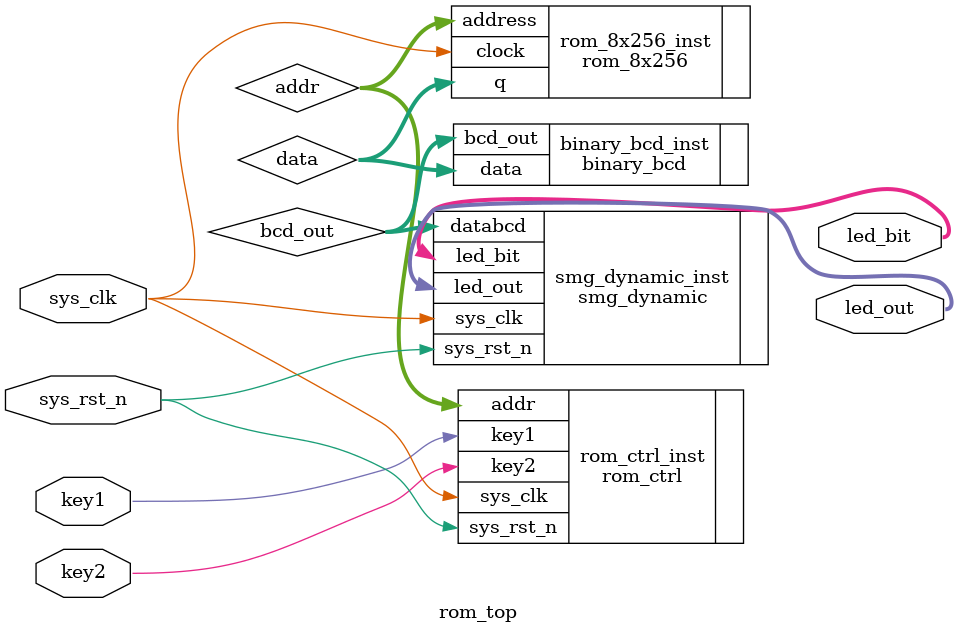
<source format=v>
module rom_top
#
(
parameter  CNT_MAX =24'd9_999_999
)
(
input wire 		sys_clk   , 
input wire 		sys_rst_n ,
input wire 		key1      ,
input wire      key2      ,


output   [3:0]  led_bit   ,
output   [7:0]  led_out

);

wire        [7:0] addr;
wire        [7:0] data;




rom_ctrl 
#
(
. CNT_MAX (24'd9_999_999)
)
rom_ctrl_inst
(
.sys_clk  (sys_clk), 
.sys_rst_n(sys_rst_n),
.key1     (key1),
.key2     (key2),

. addr	(addr) 
);



rom_8x256	rom_8x256_inst 
(
	.address ( addr ),
	.clock ( sys_clk ),
	.q ( data )
	);
    

wire [15:0]bcd_out;
binary_bcd binary_bcd_inst
( 

. data     (data),

. bcd_out  (bcd_out)            
);    


smg_dynamic
#(
.CNT_SCAN_MAX (16'd49_999   )
)
smg_dynamic_inst
(
.sys_clk	 (sys_clk	),
.sys_rst_n   (sys_rst_n),
.databcd       (bcd_out),
             
.led_bit     (led_bit),
.led_out     (led_out)
);
 
endmodule 

</source>
